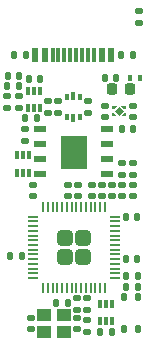
<source format=gtp>
G04 #@! TF.GenerationSoftware,KiCad,Pcbnew,(6.0.8)*
G04 #@! TF.CreationDate,2022-10-20T21:47:42+02:00*
G04 #@! TF.ProjectId,helios,68656c69-6f73-42e6-9b69-6361645f7063,rev1.0*
G04 #@! TF.SameCoordinates,Original*
G04 #@! TF.FileFunction,Paste,Top*
G04 #@! TF.FilePolarity,Positive*
%FSLAX46Y46*%
G04 Gerber Fmt 4.6, Leading zero omitted, Abs format (unit mm)*
G04 Created by KiCad (PCBNEW (6.0.8)) date 2022-10-20 21:47:42*
%MOMM*%
%LPD*%
G01*
G04 APERTURE LIST*
G04 Aperture macros list*
%AMRoundRect*
0 Rectangle with rounded corners*
0 $1 Rounding radius*
0 $2 $3 $4 $5 $6 $7 $8 $9 X,Y pos of 4 corners*
0 Add a 4 corners polygon primitive as box body*
4,1,4,$2,$3,$4,$5,$6,$7,$8,$9,$2,$3,0*
0 Add four circle primitives for the rounded corners*
1,1,$1+$1,$2,$3*
1,1,$1+$1,$4,$5*
1,1,$1+$1,$6,$7*
1,1,$1+$1,$8,$9*
0 Add four rect primitives between the rounded corners*
20,1,$1+$1,$2,$3,$4,$5,0*
20,1,$1+$1,$4,$5,$6,$7,0*
20,1,$1+$1,$6,$7,$8,$9,0*
20,1,$1+$1,$8,$9,$2,$3,0*%
G04 Aperture macros list end*
%ADD10C,0.010000*%
%ADD11R,0.340000X0.700000*%
%ADD12RoundRect,0.135000X0.135000X0.185000X-0.135000X0.185000X-0.135000X-0.185000X0.135000X-0.185000X0*%
%ADD13RoundRect,0.135000X0.185000X-0.135000X0.185000X0.135000X-0.185000X0.135000X-0.185000X-0.135000X0*%
%ADD14RoundRect,0.140000X-0.140000X-0.170000X0.140000X-0.170000X0.140000X0.170000X-0.140000X0.170000X0*%
%ADD15R,0.375000X0.500000*%
%ADD16R,0.300000X0.650000*%
%ADD17RoundRect,0.140000X0.140000X0.170000X-0.140000X0.170000X-0.140000X-0.170000X0.140000X-0.170000X0*%
%ADD18RoundRect,0.249999X-0.395001X-0.395001X0.395001X-0.395001X0.395001X0.395001X-0.395001X0.395001X0*%
%ADD19RoundRect,0.050000X-0.387500X-0.050000X0.387500X-0.050000X0.387500X0.050000X-0.387500X0.050000X0*%
%ADD20RoundRect,0.050000X-0.050000X-0.387500X0.050000X-0.387500X0.050000X0.387500X-0.050000X0.387500X0*%
%ADD21RoundRect,0.135000X-0.135000X-0.185000X0.135000X-0.185000X0.135000X0.185000X-0.135000X0.185000X0*%
%ADD22RoundRect,0.140000X-0.170000X0.140000X-0.170000X-0.140000X0.170000X-0.140000X0.170000X0.140000X0*%
%ADD23RoundRect,0.140000X0.170000X-0.140000X0.170000X0.140000X-0.170000X0.140000X-0.170000X-0.140000X0*%
%ADD24RoundRect,0.147500X-0.172500X0.147500X-0.172500X-0.147500X0.172500X-0.147500X0.172500X0.147500X0*%
%ADD25RoundRect,0.075000X-0.125000X-0.205000X0.125000X-0.205000X0.125000X0.205000X-0.125000X0.205000X0*%
%ADD26R,1.150000X1.000000*%
%ADD27RoundRect,0.026400X-0.493600X-0.193600X0.493600X-0.193600X0.493600X0.193600X-0.493600X0.193600X0*%
%ADD28RoundRect,0.137500X-0.137500X0.212500X-0.137500X-0.212500X0.137500X-0.212500X0.137500X0.212500X0*%
%ADD29R,0.600000X1.150000*%
%ADD30R,0.300000X1.150000*%
%ADD31RoundRect,0.218750X-0.218750X-0.256250X0.218750X-0.256250X0.218750X0.256250X-0.218750X0.256250X0*%
%ADD32RoundRect,0.135000X-0.185000X0.135000X-0.185000X-0.135000X0.185000X-0.135000X0.185000X0.135000X0*%
G04 APERTURE END LIST*
G04 #@! TO.C,U3*
G36*
X159980000Y-148960000D02*
G01*
X157820000Y-148960000D01*
X157820000Y-146240000D01*
X159980000Y-146240000D01*
X159980000Y-148960000D01*
G37*
D10*
X159980000Y-148960000D02*
X157820000Y-148960000D01*
X157820000Y-146240000D01*
X159980000Y-146240000D01*
X159980000Y-148960000D01*
G04 #@! TO.C,U2*
G36*
X162555000Y-144565000D02*
G01*
X162555000Y-144595000D01*
X162130000Y-144595000D01*
X162130000Y-144315000D01*
X162310000Y-144315000D01*
X162555000Y-144565000D01*
G37*
G36*
X163350000Y-144015000D02*
G01*
X163170000Y-144015000D01*
X162925000Y-143765000D01*
X162925000Y-143735000D01*
X163350000Y-143735000D01*
X163350000Y-144015000D01*
G37*
G36*
X162555000Y-143765000D02*
G01*
X162310000Y-144015000D01*
X162130000Y-144015000D01*
X162130000Y-143735000D01*
X162555000Y-143735000D01*
X162555000Y-143765000D01*
G37*
G36*
X163081663Y-144163337D02*
G01*
X162740000Y-144504999D01*
X162398337Y-144163337D01*
X162740000Y-143821674D01*
X163081663Y-144163337D01*
G37*
X163081663Y-144163337D02*
X162740000Y-144504999D01*
X162398337Y-144163337D01*
X162740000Y-143821674D01*
X163081663Y-144163337D01*
G36*
X163350000Y-144595000D02*
G01*
X162925000Y-144595000D01*
X162925000Y-144565000D01*
X163170000Y-144315000D01*
X163350000Y-144315000D01*
X163350000Y-144595000D01*
G37*
G04 #@! TD*
D11*
G04 #@! TO.C,Q1*
X162120000Y-160470000D03*
X161620000Y-160470000D03*
X161120000Y-160470000D03*
X161120000Y-161970000D03*
X161620000Y-161970000D03*
X162120000Y-161970000D03*
G04 #@! TD*
D12*
G04 #@! TO.C,R5*
X154310000Y-142025000D03*
X153290000Y-142025000D03*
G04 #@! TD*
D13*
G04 #@! TO.C,R3*
X160040000Y-162840000D03*
X160040000Y-161820000D03*
G04 #@! TD*
D14*
G04 #@! TO.C,C3*
X161510000Y-141370000D03*
X162470000Y-141370000D03*
G04 #@! TD*
D15*
G04 #@! TO.C,U1*
X158322500Y-144650000D03*
D16*
X158860000Y-144725000D03*
D15*
X159397500Y-144650000D03*
X159397500Y-142950000D03*
D16*
X158860000Y-142875000D03*
D15*
X158322500Y-142950000D03*
G04 #@! TD*
D17*
G04 #@! TO.C,C1*
X154280000Y-141150000D03*
X153320000Y-141150000D03*
G04 #@! TD*
D18*
G04 #@! TO.C,U4*
X158125000Y-154900000D03*
X159725000Y-154900000D03*
X158125000Y-156500000D03*
X159725000Y-156500000D03*
D19*
X155487500Y-153100000D03*
X155487500Y-153500000D03*
X155487500Y-153900000D03*
X155487500Y-154300000D03*
X155487500Y-154700000D03*
X155487500Y-155100000D03*
X155487500Y-155500000D03*
X155487500Y-155900000D03*
X155487500Y-156300000D03*
X155487500Y-156700000D03*
X155487500Y-157100000D03*
X155487500Y-157500000D03*
X155487500Y-157900000D03*
X155487500Y-158300000D03*
D20*
X156325000Y-159137500D03*
X156725000Y-159137500D03*
X157125000Y-159137500D03*
X157525000Y-159137500D03*
X157925000Y-159137500D03*
X158325000Y-159137500D03*
X158725000Y-159137500D03*
X159125000Y-159137500D03*
X159525000Y-159137500D03*
X159925000Y-159137500D03*
X160325000Y-159137500D03*
X160725000Y-159137500D03*
X161125000Y-159137500D03*
X161525000Y-159137500D03*
D19*
X162362500Y-158300000D03*
X162362500Y-157900000D03*
X162362500Y-157500000D03*
X162362500Y-157100000D03*
X162362500Y-156700000D03*
X162362500Y-156300000D03*
X162362500Y-155900000D03*
X162362500Y-155500000D03*
X162362500Y-155100000D03*
X162362500Y-154700000D03*
X162362500Y-154300000D03*
X162362500Y-153900000D03*
X162362500Y-153500000D03*
X162362500Y-153100000D03*
D20*
X161525000Y-152262500D03*
X161125000Y-152262500D03*
X160725000Y-152262500D03*
X160325000Y-152262500D03*
X159925000Y-152262500D03*
X159525000Y-152262500D03*
X159125000Y-152262500D03*
X158725000Y-152262500D03*
X158325000Y-152262500D03*
X157925000Y-152262500D03*
X157525000Y-152262500D03*
X157125000Y-152262500D03*
X156725000Y-152262500D03*
X156325000Y-152262500D03*
G04 #@! TD*
D11*
G04 #@! TO.C,Q2*
X155025000Y-143925000D03*
X155525000Y-143925000D03*
X156025000Y-143925000D03*
X156025000Y-142425000D03*
X155525000Y-142425000D03*
X155025000Y-142425000D03*
G04 #@! TD*
D21*
G04 #@! TO.C,R14*
X157410000Y-160440000D03*
X158430000Y-160440000D03*
G04 #@! TD*
D14*
G04 #@! TO.C,C12*
X163320000Y-156700000D03*
X164280000Y-156700000D03*
G04 #@! TD*
D22*
G04 #@! TO.C,C9*
X161300000Y-150430000D03*
X161300000Y-151390000D03*
G04 #@! TD*
D21*
G04 #@! TO.C,R9*
X154790000Y-144740000D03*
X155810000Y-144740000D03*
G04 #@! TD*
D22*
G04 #@! TO.C,C5*
X161590000Y-143690000D03*
X161590000Y-144650000D03*
G04 #@! TD*
D13*
G04 #@! TO.C,R15*
X163020000Y-149580000D03*
X163020000Y-148560000D03*
G04 #@! TD*
G04 #@! TO.C,R2*
X156750000Y-144320000D03*
X156750000Y-143300000D03*
G04 #@! TD*
D21*
G04 #@! TO.C,R17*
X163290000Y-159025000D03*
X164310000Y-159025000D03*
G04 #@! TD*
D11*
G04 #@! TO.C,U5*
X154125000Y-149400000D03*
X154625000Y-149400000D03*
X155125000Y-149400000D03*
X155125000Y-147900000D03*
X154625000Y-147900000D03*
X154125000Y-147900000D03*
G04 #@! TD*
D23*
G04 #@! TO.C,C16*
X155490000Y-151390000D03*
X155490000Y-150430000D03*
G04 #@! TD*
G04 #@! TO.C,C17*
X158450000Y-151390000D03*
X158450000Y-150430000D03*
G04 #@! TD*
D13*
G04 #@! TO.C,R10*
X163910000Y-149580000D03*
X163910000Y-148560000D03*
G04 #@! TD*
D24*
G04 #@! TO.C,D2*
X163020000Y-150415000D03*
X163020000Y-151385000D03*
G04 #@! TD*
D21*
G04 #@! TO.C,R7*
X162870000Y-139430000D03*
X163890000Y-139430000D03*
G04 #@! TD*
D22*
G04 #@! TO.C,C19*
X160010000Y-160010000D03*
X160010000Y-160970000D03*
G04 #@! TD*
D12*
G04 #@! TO.C,R16*
X164310000Y-158150000D03*
X163290000Y-158150000D03*
G04 #@! TD*
D22*
G04 #@! TO.C,C8*
X155320000Y-161670000D03*
X155320000Y-162630000D03*
G04 #@! TD*
D25*
G04 #@! TO.C,D3*
X164500000Y-141390000D03*
X163700000Y-141390000D03*
G04 #@! TD*
D13*
G04 #@! TO.C,R13*
X160120000Y-144310000D03*
X160120000Y-143290000D03*
G04 #@! TD*
G04 #@! TO.C,R12*
X157600000Y-144320000D03*
X157600000Y-143300000D03*
G04 #@! TD*
D26*
G04 #@! TO.C,Y1*
X156345000Y-162850000D03*
X158095000Y-162850000D03*
X158095000Y-161450000D03*
X156345000Y-161450000D03*
G04 #@! TD*
D27*
G04 #@! TO.C,U3*
X156055000Y-145695000D03*
X156055000Y-146965000D03*
X156055000Y-148235000D03*
X156055000Y-149505000D03*
X161745000Y-149505000D03*
X161745000Y-148235000D03*
X161745000Y-146965000D03*
X161745000Y-145695000D03*
G04 #@! TD*
D22*
G04 #@! TO.C,C10*
X160450000Y-150430000D03*
X160450000Y-151390000D03*
G04 #@! TD*
D24*
G04 #@! TO.C,D1*
X163910000Y-150405000D03*
X163910000Y-151375000D03*
G04 #@! TD*
D14*
G04 #@! TO.C,C2*
X155095000Y-141475000D03*
X156055000Y-141475000D03*
G04 #@! TD*
D21*
G04 #@! TO.C,R1*
X161120000Y-162860000D03*
X162140000Y-162860000D03*
G04 #@! TD*
D23*
G04 #@! TO.C,C18*
X162150000Y-151390000D03*
X162150000Y-150430000D03*
G04 #@! TD*
D28*
G04 #@! TO.C,SW1*
X164315000Y-162620000D03*
X164315000Y-159920000D03*
X163165000Y-162620000D03*
X163165000Y-159920000D03*
G04 #@! TD*
D23*
G04 #@! TO.C,C7*
X159140000Y-162630000D03*
X159140000Y-161670000D03*
G04 #@! TD*
D17*
G04 #@! TO.C,C15*
X154505000Y-156425000D03*
X153545000Y-156425000D03*
G04 #@! TD*
D29*
G04 #@! TO.C,J1*
X162055000Y-139430000D03*
X161255000Y-139430000D03*
D30*
X160105000Y-139430000D03*
X159105000Y-139430000D03*
X158605000Y-139430000D03*
X157605000Y-139430000D03*
D29*
X156455000Y-139430000D03*
X155655000Y-139430000D03*
X155655000Y-139430000D03*
X156455000Y-139430000D03*
D30*
X157105000Y-139430000D03*
X158105000Y-139430000D03*
X159605000Y-139430000D03*
X160605000Y-139430000D03*
D29*
X161255000Y-139430000D03*
X162055000Y-139430000D03*
G04 #@! TD*
D22*
G04 #@! TO.C,C11*
X159170000Y-160010000D03*
X159170000Y-160970000D03*
G04 #@! TD*
D14*
G04 #@! TO.C,C13*
X163310000Y-153100000D03*
X164270000Y-153100000D03*
G04 #@! TD*
D31*
G04 #@! TO.C,F1*
X162122500Y-142310000D03*
X163697500Y-142310000D03*
G04 #@! TD*
D13*
G04 #@! TO.C,R11*
X154800000Y-146710000D03*
X154800000Y-145690000D03*
G04 #@! TD*
D14*
G04 #@! TO.C,C6*
X162990000Y-145690000D03*
X163950000Y-145690000D03*
G04 #@! TD*
D12*
G04 #@! TO.C,R8*
X154830000Y-139430000D03*
X153810000Y-139430000D03*
G04 #@! TD*
D32*
G04 #@! TO.C,R6*
X153275000Y-142865000D03*
X153275000Y-143885000D03*
G04 #@! TD*
D22*
G04 #@! TO.C,C4*
X163890000Y-143690000D03*
X163890000Y-144650000D03*
G04 #@! TD*
D13*
G04 #@! TO.C,R4*
X154300000Y-143885000D03*
X154300000Y-142865000D03*
G04 #@! TD*
D23*
G04 #@! TO.C,C14*
X159300000Y-151390000D03*
X159300000Y-150430000D03*
G04 #@! TD*
D13*
G04 #@! TO.C,FB1*
X164420000Y-136740000D03*
X164420000Y-135720000D03*
G04 #@! TD*
M02*

</source>
